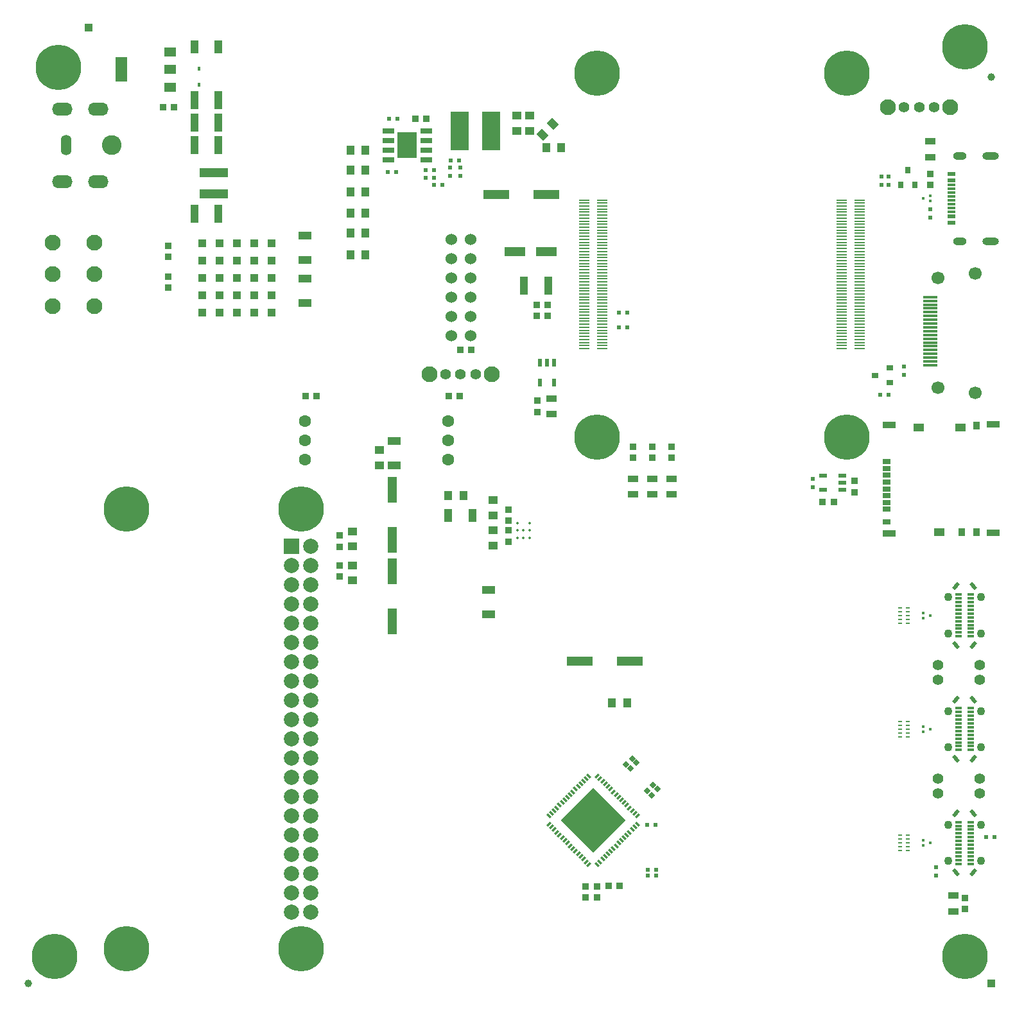
<source format=gbr>
%TF.GenerationSoftware,Altium Limited,Altium Designer,22.4.2 (48)*%
G04 Layer_Color=255*
%FSLAX26Y26*%
%MOIN*%
%TF.SameCoordinates,0D1A2E3A-66A7-4FCB-BFB3-5B9149DA6B87*%
%TF.FilePolarity,Positive*%
%TF.FileFunction,Pads,Top*%
%TF.Part,Single*%
G01*
G75*
%TA.AperFunction,ConnectorPad*%
%ADD14R,0.043307X0.023622*%
%ADD15R,0.043307X0.011811*%
%TA.AperFunction,SMDPad,CuDef*%
%ADD16R,0.033465X0.011811*%
G04:AMPARAMS|DCode=17|XSize=19.685mil|YSize=40.551mil|CornerRadius=0mil|HoleSize=0mil|Usage=FLASHONLY|Rotation=220.000|XOffset=0mil|YOffset=0mil|HoleType=Round|Shape=Rectangle|*
%AMROTATEDRECTD17*
4,1,4,-0.005493,0.021859,0.020573,-0.009205,0.005493,-0.021859,-0.020573,0.009205,-0.005493,0.021859,0.0*
%
%ADD17ROTATEDRECTD17*%

G04:AMPARAMS|DCode=18|XSize=19.685mil|YSize=40.551mil|CornerRadius=0mil|HoleSize=0mil|Usage=FLASHONLY|Rotation=320.000|XOffset=0mil|YOffset=0mil|HoleType=Round|Shape=Rectangle|*
%AMROTATEDRECTD18*
4,1,4,-0.020573,-0.009205,0.005493,0.021859,0.020573,0.009205,-0.005493,-0.021859,-0.020573,-0.009205,0.0*
%
%ADD18ROTATEDRECTD18*%

%TA.AperFunction,BGAPad,CuDef*%
%ADD19C,0.013780*%
%TA.AperFunction,SMDPad,CuDef*%
%ADD20R,0.092520X0.200787*%
%ADD21R,0.011811X0.011811*%
%ADD22R,0.043307X0.023622*%
%ADD23R,0.031496X0.035433*%
%ADD24R,0.062992X0.129921*%
%ADD25R,0.062992X0.047244*%
%ADD26R,0.018701X0.007874*%
%ADD27R,0.017716X0.023228*%
%ADD28R,0.059055X0.031496*%
%ADD29R,0.102362X0.137795*%
%TA.AperFunction,BGAPad,CuDef*%
%ADD30R,0.041732X0.041732*%
%TA.AperFunction,SMDPad,CuDef*%
%ADD31R,0.023622X0.023622*%
G04:AMPARAMS|DCode=32|XSize=11.024mil|YSize=27.165mil|CornerRadius=0mil|HoleSize=0mil|Usage=FLASHONLY|Rotation=45.000|XOffset=0mil|YOffset=0mil|HoleType=Round|Shape=Rectangle|*
%AMROTATEDRECTD32*
4,1,4,0.005707,-0.013502,-0.013502,0.005707,-0.005707,0.013502,0.013502,-0.005707,0.005707,-0.013502,0.0*
%
%ADD32ROTATEDRECTD32*%

G04:AMPARAMS|DCode=33|XSize=11.024mil|YSize=27.165mil|CornerRadius=0mil|HoleSize=0mil|Usage=FLASHONLY|Rotation=315.000|XOffset=0mil|YOffset=0mil|HoleType=Round|Shape=Rectangle|*
%AMROTATEDRECTD33*
4,1,4,-0.013502,-0.005707,0.005707,0.013502,0.013502,0.005707,-0.005707,-0.013502,-0.013502,-0.005707,0.0*
%
%ADD33ROTATEDRECTD33*%

%ADD34P,0.334066X4X270.0*%
%ADD35R,0.145669X0.047244*%
%ADD36R,0.055118X0.035433*%
%ADD37R,0.074803X0.011811*%
%ADD38R,0.070866X0.039370*%
%ADD39R,0.133858X0.047244*%
%ADD40R,0.110236X0.047244*%
%ADD41R,0.056299X0.007874*%
%ADD42R,0.039370X0.049213*%
%ADD43R,0.035433X0.033465*%
%ADD44P,0.033407X4X270.0*%
%ADD45R,0.055118X0.044488*%
%ADD46R,0.033465X0.039370*%
%ADD47R,0.066929X0.035433*%
%ADD48R,0.039370X0.025591*%
%ADD49R,0.047244X0.133858*%
%ADD50R,0.049213X0.039370*%
%ADD51R,0.043307X0.094488*%
%ADD52R,0.033465X0.035433*%
%ADD53R,0.023622X0.023622*%
%ADD54R,0.035433X0.031496*%
%ADD55R,0.023622X0.043307*%
%ADD56R,0.039370X0.070866*%
G04:AMPARAMS|DCode=57|XSize=39.37mil|YSize=49.213mil|CornerRadius=0mil|HoleSize=0mil|Usage=FLASHONLY|Rotation=45.000|XOffset=0mil|YOffset=0mil|HoleType=Round|Shape=Rectangle|*
%AMROTATEDRECTD57*
4,1,4,0.003480,-0.031319,-0.031319,0.003480,-0.003480,0.031319,0.031319,-0.003480,0.003480,-0.031319,0.0*
%
%ADD57ROTATEDRECTD57*%

%TA.AperFunction,FiducialPad,Global*%
%ADD58C,0.039370*%
%ADD59R,0.039370X0.039370*%
%TA.AperFunction,ComponentPad*%
%ADD69O,0.086614X0.039370*%
%ADD70O,0.070866X0.039370*%
%ADD71C,0.043307*%
%ADD72C,0.082677*%
%ADD73R,0.078740X0.078740*%
%ADD74C,0.078740*%
%ADD75C,0.055118*%
%ADD76O,0.106299X0.066929*%
%ADD77O,0.055118X0.106299*%
%ADD78C,0.102362*%
%ADD79C,0.062992*%
%ADD80C,0.236220*%
%ADD81C,0.066929*%
%ADD82C,0.060000*%
D14*
X5836614Y5212598D02*
D03*
Y5244095D02*
D03*
Y5023622D02*
D03*
Y4992126D02*
D03*
D15*
Y5049213D02*
D03*
Y5068898D02*
D03*
Y5088583D02*
D03*
Y5108268D02*
D03*
Y5127953D02*
D03*
Y5147638D02*
D03*
Y5167323D02*
D03*
Y5187008D02*
D03*
D16*
X5872835Y2844488D02*
D03*
Y2864173D02*
D03*
Y2883858D02*
D03*
Y2903543D02*
D03*
Y2923228D02*
D03*
Y2942913D02*
D03*
Y2962598D02*
D03*
Y2982284D02*
D03*
Y3001968D02*
D03*
Y3021653D02*
D03*
Y3041339D02*
D03*
Y3061024D02*
D03*
X5938189D02*
D03*
Y3041339D02*
D03*
Y3021653D02*
D03*
Y3001968D02*
D03*
Y2982284D02*
D03*
Y2962598D02*
D03*
Y2942913D02*
D03*
Y2923228D02*
D03*
Y2903543D02*
D03*
Y2883858D02*
D03*
Y2864173D02*
D03*
Y2844488D02*
D03*
X5872835Y1663386D02*
D03*
Y1683071D02*
D03*
Y1702756D02*
D03*
Y1722441D02*
D03*
Y1742126D02*
D03*
Y1761811D02*
D03*
Y1781496D02*
D03*
Y1801181D02*
D03*
Y1820866D02*
D03*
Y1840551D02*
D03*
Y1860236D02*
D03*
Y1879921D02*
D03*
X5938189D02*
D03*
Y1860236D02*
D03*
Y1840551D02*
D03*
Y1820866D02*
D03*
Y1801181D02*
D03*
Y1781496D02*
D03*
Y1761811D02*
D03*
Y1742126D02*
D03*
Y1722441D02*
D03*
Y1702756D02*
D03*
Y1683071D02*
D03*
Y1663386D02*
D03*
X5872835Y2253937D02*
D03*
Y2273622D02*
D03*
Y2293307D02*
D03*
Y2312992D02*
D03*
Y2332677D02*
D03*
Y2352362D02*
D03*
Y2372047D02*
D03*
Y2391732D02*
D03*
Y2411417D02*
D03*
Y2431102D02*
D03*
Y2450787D02*
D03*
Y2470472D02*
D03*
X5938189D02*
D03*
Y2450787D02*
D03*
Y2431102D02*
D03*
Y2411417D02*
D03*
Y2391732D02*
D03*
Y2372047D02*
D03*
Y2352362D02*
D03*
Y2332677D02*
D03*
Y2312992D02*
D03*
Y2293307D02*
D03*
Y2273622D02*
D03*
Y2253937D02*
D03*
D17*
X5950197Y3105512D02*
D03*
X5860827Y2800000D02*
D03*
X5950197Y1924409D02*
D03*
X5860827Y1618898D02*
D03*
X5950197Y2514961D02*
D03*
X5860827Y2209449D02*
D03*
D18*
Y3105512D02*
D03*
X5950197Y2800000D02*
D03*
X5860827Y1924409D02*
D03*
X5950197Y1618898D02*
D03*
X5860827Y2514961D02*
D03*
X5950197Y2209449D02*
D03*
D19*
X3645669Y3433071D02*
D03*
Y3393701D02*
D03*
Y3354331D02*
D03*
X3582677Y3433071D02*
D03*
Y3393701D02*
D03*
Y3354331D02*
D03*
X3614173D02*
D03*
Y3393701D02*
D03*
D20*
X3284449Y5468504D02*
D03*
X3447835D02*
D03*
D21*
X5725394Y5104331D02*
D03*
Y5131890D02*
D03*
X5691929Y5118110D02*
D03*
Y1785433D02*
D03*
Y1757874D02*
D03*
X5725394Y1771653D02*
D03*
X5691929Y2375984D02*
D03*
Y2348425D02*
D03*
X5725394Y2362205D02*
D03*
X5691929Y2966535D02*
D03*
Y2938976D02*
D03*
X5725394Y2952756D02*
D03*
D22*
X5271654Y3679134D02*
D03*
Y3641732D02*
D03*
X5169291Y3604331D02*
D03*
Y3679134D02*
D03*
X5271654Y3604331D02*
D03*
D23*
X5572835Y5187008D02*
D03*
X5647638D02*
D03*
X5610236Y5265748D02*
D03*
D24*
X1527559Y5787402D02*
D03*
D25*
X1779528Y5877953D02*
D03*
Y5787402D02*
D03*
Y5696850D02*
D03*
D26*
X5609252Y2913386D02*
D03*
Y2933071D02*
D03*
Y2952756D02*
D03*
Y2972441D02*
D03*
Y2992126D02*
D03*
X5571850D02*
D03*
Y2972441D02*
D03*
Y2952756D02*
D03*
Y2933071D02*
D03*
Y2913386D02*
D03*
X5609252Y1732283D02*
D03*
Y1751968D02*
D03*
Y1771653D02*
D03*
Y1791339D02*
D03*
Y1811024D02*
D03*
X5571850D02*
D03*
Y1791339D02*
D03*
Y1771653D02*
D03*
Y1751968D02*
D03*
Y1732283D02*
D03*
X5609252Y2322835D02*
D03*
Y2342520D02*
D03*
Y2362205D02*
D03*
Y2381890D02*
D03*
Y2401575D02*
D03*
X5571850D02*
D03*
Y2381890D02*
D03*
Y2362205D02*
D03*
Y2342520D02*
D03*
Y2322835D02*
D03*
D27*
X1929134Y5708661D02*
D03*
Y5793307D02*
D03*
D28*
X3110236Y5468701D02*
D03*
Y5418701D02*
D03*
Y5318701D02*
D03*
Y5368701D02*
D03*
X2913386D02*
D03*
Y5318701D02*
D03*
Y5418701D02*
D03*
Y5468701D02*
D03*
D29*
X3011811Y5393701D02*
D03*
D30*
X2216142Y4524409D02*
D03*
X2306299D02*
D03*
X1945669D02*
D03*
X2035827D02*
D03*
X2125984D02*
D03*
X2216142Y4614567D02*
D03*
X2306299D02*
D03*
X1945669D02*
D03*
X2035827D02*
D03*
X2125984D02*
D03*
Y4704724D02*
D03*
X2035827D02*
D03*
X1945669D02*
D03*
X2306299D02*
D03*
X2216142D02*
D03*
X2125984Y4794882D02*
D03*
X2035827D02*
D03*
X1945669D02*
D03*
X2306299D02*
D03*
X2216142D02*
D03*
X2125984Y4885039D02*
D03*
X2035827D02*
D03*
X1945669D02*
D03*
X2306299D02*
D03*
X2216142D02*
D03*
D31*
X4301181Y1866142D02*
D03*
X4257874D02*
D03*
X5511024Y4100000D02*
D03*
X5467717D02*
D03*
X4154134Y4525000D02*
D03*
X4110827D02*
D03*
X4154134Y4450000D02*
D03*
X4110827D02*
D03*
X2958661Y5531496D02*
D03*
X2915354D02*
D03*
X6017717Y1803150D02*
D03*
X6061024D02*
D03*
X3194882Y5188976D02*
D03*
X3151575D02*
D03*
X2911417Y5255905D02*
D03*
X2954724D02*
D03*
X3108268Y5263779D02*
D03*
X3151575D02*
D03*
X3281496Y5314961D02*
D03*
X3238189D02*
D03*
X3151575Y5224409D02*
D03*
X3108268D02*
D03*
X4305118Y1601378D02*
D03*
X4261811D02*
D03*
X4305118Y1632874D02*
D03*
X4261811D02*
D03*
D32*
X4206744Y1868189D02*
D03*
X4192825Y1854269D02*
D03*
X4178906Y1840350D02*
D03*
X4164986Y1826430D02*
D03*
X4151067Y1812511D02*
D03*
X4137147Y1798592D02*
D03*
X4123228Y1784672D02*
D03*
X4109309Y1770753D02*
D03*
X3997953Y1659397D02*
D03*
X4011872Y1673317D02*
D03*
X4025792Y1687236D02*
D03*
X4039711Y1701156D02*
D03*
X4053631Y1715075D02*
D03*
X4067550Y1728994D02*
D03*
X4081470Y1742914D02*
D03*
X4095389Y1756833D02*
D03*
X3746012Y1911339D02*
D03*
X3759931Y1925258D02*
D03*
X3773850Y1939178D02*
D03*
X3787770Y1953097D02*
D03*
X3801689Y1967017D02*
D03*
X3815609Y1980936D02*
D03*
X3829528Y1994855D02*
D03*
X3843448Y2008775D02*
D03*
X3954803Y2120130D02*
D03*
X3940883Y2106211D02*
D03*
X3926964Y2092291D02*
D03*
X3913045Y2078372D02*
D03*
X3899125Y2064453D02*
D03*
X3885206Y2050533D02*
D03*
X3871286Y2036614D02*
D03*
X3857367Y2022694D02*
D03*
D33*
X3954803Y1659397D02*
D03*
X3940883Y1673317D02*
D03*
X3926964Y1687236D02*
D03*
X3913045Y1701156D02*
D03*
X3899125Y1715075D02*
D03*
X3885206Y1728994D02*
D03*
X3871286Y1742914D02*
D03*
X3857367Y1756833D02*
D03*
X3746012Y1868189D02*
D03*
X3759931Y1854269D02*
D03*
X3773850Y1840350D02*
D03*
X3787770Y1826430D02*
D03*
X3829528Y1784672D02*
D03*
X3843448Y1770753D02*
D03*
X3997953Y2120130D02*
D03*
X4011872Y2106211D02*
D03*
X4025792Y2092291D02*
D03*
X4039711Y2078372D02*
D03*
X4053631Y2064453D02*
D03*
X4067550Y2050533D02*
D03*
X4081470Y2036614D02*
D03*
X4095389Y2022694D02*
D03*
X4206744Y1911339D02*
D03*
X4192825Y1925258D02*
D03*
X4178906Y1939178D02*
D03*
X4164986Y1953097D02*
D03*
X4151067Y1967017D02*
D03*
X4137147Y1980936D02*
D03*
X4123228Y1994855D02*
D03*
X4109309Y2008775D02*
D03*
X3801689Y1812511D02*
D03*
X3815609Y1798592D02*
D03*
D34*
X3976378Y1889764D02*
D03*
D35*
X2007874Y5251968D02*
D03*
Y5141732D02*
D03*
D36*
X5728346Y5415354D02*
D03*
Y5332677D02*
D03*
X4182480Y3580709D02*
D03*
Y3663386D02*
D03*
X3761220Y4080118D02*
D03*
Y3997441D02*
D03*
X4282480Y3580709D02*
D03*
Y3663386D02*
D03*
X4382480Y3580709D02*
D03*
Y3663386D02*
D03*
X5846457Y1498032D02*
D03*
Y1415354D02*
D03*
D37*
X5728346Y4409449D02*
D03*
Y4389764D02*
D03*
Y4370079D02*
D03*
Y4330709D02*
D03*
Y4291338D02*
D03*
Y4350394D02*
D03*
Y4311024D02*
D03*
Y4271654D02*
D03*
Y4251968D02*
D03*
Y4429134D02*
D03*
Y4448819D02*
D03*
Y4468504D02*
D03*
Y4507874D02*
D03*
Y4547244D02*
D03*
Y4488189D02*
D03*
Y4527559D02*
D03*
Y4566929D02*
D03*
Y4586614D02*
D03*
Y4606299D02*
D03*
D38*
X3435039Y2958661D02*
D03*
Y3084646D02*
D03*
X2480315Y4799213D02*
D03*
Y4925197D02*
D03*
X2944882Y3858268D02*
D03*
Y3732284D02*
D03*
X2480315Y4700787D02*
D03*
Y4574803D02*
D03*
D39*
X3732284Y5137795D02*
D03*
X3472441D02*
D03*
X4165354Y2716535D02*
D03*
X3905512D02*
D03*
D40*
X3568898Y4842520D02*
D03*
X3734252D02*
D03*
D41*
X5268110Y4716535D02*
D03*
Y4700788D02*
D03*
Y4685039D02*
D03*
Y4669291D02*
D03*
Y4653543D02*
D03*
Y4637795D02*
D03*
Y4622047D02*
D03*
Y4606299D02*
D03*
Y4590551D02*
D03*
Y4574803D02*
D03*
Y4559055D02*
D03*
Y4543307D02*
D03*
Y4527559D02*
D03*
Y4511811D02*
D03*
Y4496063D02*
D03*
Y4480315D02*
D03*
Y4464567D02*
D03*
Y4448819D02*
D03*
Y4433071D02*
D03*
Y4417323D02*
D03*
Y4401575D02*
D03*
Y4385827D02*
D03*
Y4370079D02*
D03*
Y4354331D02*
D03*
Y4338583D02*
D03*
Y5110236D02*
D03*
Y5094488D02*
D03*
Y5078740D02*
D03*
Y5062992D02*
D03*
Y5047244D02*
D03*
Y5031496D02*
D03*
Y5015748D02*
D03*
Y5000000D02*
D03*
Y4984252D02*
D03*
Y4968504D02*
D03*
Y4952756D02*
D03*
Y4937008D02*
D03*
Y4921260D02*
D03*
Y4905512D02*
D03*
Y4889764D02*
D03*
Y4874016D02*
D03*
Y4858268D02*
D03*
Y4842520D02*
D03*
Y4826772D02*
D03*
Y4811024D02*
D03*
Y4795276D02*
D03*
Y4779528D02*
D03*
Y4763780D02*
D03*
Y4748032D02*
D03*
Y4732283D02*
D03*
X5361811Y4716535D02*
D03*
Y4700788D02*
D03*
Y4685039D02*
D03*
Y4669291D02*
D03*
Y4653543D02*
D03*
Y4637795D02*
D03*
Y4622047D02*
D03*
Y4606299D02*
D03*
Y4590551D02*
D03*
Y4574803D02*
D03*
Y4559055D02*
D03*
Y4543307D02*
D03*
Y4527559D02*
D03*
Y4511811D02*
D03*
Y4496063D02*
D03*
Y4480315D02*
D03*
Y4464567D02*
D03*
Y4448819D02*
D03*
Y4433071D02*
D03*
Y4417323D02*
D03*
Y4401575D02*
D03*
Y4385827D02*
D03*
Y4370079D02*
D03*
Y4354331D02*
D03*
Y4338583D02*
D03*
Y5110236D02*
D03*
Y5094488D02*
D03*
Y5078740D02*
D03*
Y5062992D02*
D03*
Y5047244D02*
D03*
Y5031496D02*
D03*
Y5015748D02*
D03*
Y5000000D02*
D03*
Y4984252D02*
D03*
Y4968504D02*
D03*
Y4952756D02*
D03*
Y4937008D02*
D03*
Y4921260D02*
D03*
Y4905512D02*
D03*
Y4889764D02*
D03*
Y4874016D02*
D03*
Y4858268D02*
D03*
Y4842520D02*
D03*
Y4826772D02*
D03*
Y4811024D02*
D03*
Y4795276D02*
D03*
Y4779528D02*
D03*
Y4763780D02*
D03*
Y4748032D02*
D03*
Y4732283D02*
D03*
X3929528Y4716535D02*
D03*
Y4700788D02*
D03*
Y4685039D02*
D03*
Y4669291D02*
D03*
Y4653543D02*
D03*
Y4637795D02*
D03*
Y4622047D02*
D03*
Y4606299D02*
D03*
Y4590551D02*
D03*
Y4574803D02*
D03*
Y4559055D02*
D03*
Y4543307D02*
D03*
Y4527559D02*
D03*
Y4511811D02*
D03*
Y4496063D02*
D03*
Y4480315D02*
D03*
Y4464567D02*
D03*
Y4448819D02*
D03*
Y4433071D02*
D03*
Y4417323D02*
D03*
Y4401575D02*
D03*
Y4385827D02*
D03*
Y4370079D02*
D03*
Y4354331D02*
D03*
Y4338583D02*
D03*
Y5110236D02*
D03*
Y5094488D02*
D03*
Y5078740D02*
D03*
Y5062992D02*
D03*
Y5047244D02*
D03*
Y5031496D02*
D03*
Y5015748D02*
D03*
Y5000000D02*
D03*
Y4984252D02*
D03*
Y4968504D02*
D03*
Y4952756D02*
D03*
Y4937008D02*
D03*
Y4921260D02*
D03*
Y4905512D02*
D03*
Y4889764D02*
D03*
Y4874016D02*
D03*
Y4858268D02*
D03*
Y4842520D02*
D03*
Y4826772D02*
D03*
Y4811024D02*
D03*
Y4795276D02*
D03*
Y4779528D02*
D03*
Y4763780D02*
D03*
Y4748032D02*
D03*
Y4732283D02*
D03*
X4023228Y4716535D02*
D03*
Y4700788D02*
D03*
Y4685039D02*
D03*
Y4669291D02*
D03*
Y4653543D02*
D03*
Y4637795D02*
D03*
Y4622047D02*
D03*
Y4606299D02*
D03*
Y4590551D02*
D03*
Y4574803D02*
D03*
Y4559055D02*
D03*
Y4543307D02*
D03*
Y4527559D02*
D03*
Y4511811D02*
D03*
Y4496063D02*
D03*
Y4480315D02*
D03*
Y4464567D02*
D03*
Y4448819D02*
D03*
Y4433071D02*
D03*
Y4417323D02*
D03*
Y4401575D02*
D03*
Y4385827D02*
D03*
Y4370079D02*
D03*
Y4354331D02*
D03*
Y4338583D02*
D03*
Y5110236D02*
D03*
Y5094488D02*
D03*
Y5078740D02*
D03*
Y5062992D02*
D03*
Y5047244D02*
D03*
Y5031496D02*
D03*
Y5015748D02*
D03*
Y5000000D02*
D03*
Y4984252D02*
D03*
Y4968504D02*
D03*
Y4952756D02*
D03*
Y4937008D02*
D03*
Y4921260D02*
D03*
Y4905512D02*
D03*
Y4889764D02*
D03*
Y4874016D02*
D03*
Y4858268D02*
D03*
Y4842520D02*
D03*
Y4826772D02*
D03*
Y4811024D02*
D03*
Y4795276D02*
D03*
Y4779528D02*
D03*
Y4763780D02*
D03*
Y4748032D02*
D03*
Y4732283D02*
D03*
D42*
X2795276Y5370065D02*
D03*
X2716535D02*
D03*
X4153543Y2500000D02*
D03*
X4074803D02*
D03*
X3224409Y3574803D02*
D03*
X3303150D02*
D03*
X3732283Y5381890D02*
D03*
X3811024D02*
D03*
X2795276Y4826759D02*
D03*
X2716535D02*
D03*
X2795276Y4936995D02*
D03*
X2716535D02*
D03*
X2795276Y5043294D02*
D03*
X2716535D02*
D03*
X2795276Y5153530D02*
D03*
X2716535D02*
D03*
X2795276Y5263766D02*
D03*
X2716535D02*
D03*
D43*
X5334646Y3593504D02*
D03*
Y3650590D02*
D03*
X2661417Y3310039D02*
D03*
Y3367126D02*
D03*
Y3213583D02*
D03*
Y3156496D02*
D03*
X4182480Y3770669D02*
D03*
Y3827756D02*
D03*
X3686220Y4067323D02*
D03*
Y4010236D02*
D03*
X4282480Y3827756D02*
D03*
Y3770669D02*
D03*
X4382480Y3827756D02*
D03*
Y3770669D02*
D03*
X3535433Y3393701D02*
D03*
Y3336614D02*
D03*
Y3443898D02*
D03*
Y3500984D02*
D03*
X1771653Y4813976D02*
D03*
Y4871063D02*
D03*
Y4656496D02*
D03*
Y4713583D02*
D03*
X5905512Y1485236D02*
D03*
Y1428150D02*
D03*
X5728346Y5187992D02*
D03*
Y5245079D02*
D03*
X3996063Y1544291D02*
D03*
Y1487205D02*
D03*
X3937008D02*
D03*
Y1544291D02*
D03*
D44*
X4178697Y2210193D02*
D03*
X4148074Y2179571D02*
D03*
X4310587Y2050744D02*
D03*
X4279964Y2020122D02*
D03*
X4286965Y2072398D02*
D03*
X4256342Y2041775D02*
D03*
X4200351Y2188540D02*
D03*
X4169728Y2157917D02*
D03*
D45*
X5882874Y3927165D02*
D03*
X5668307D02*
D03*
X5774606Y3383858D02*
D03*
D46*
X5890748Y3385827D02*
D03*
X5966732D02*
D03*
Y3937008D02*
D03*
D47*
X6054492Y3944016D02*
D03*
X6054134Y3381009D02*
D03*
X5514764Y3942913D02*
D03*
Y3379921D02*
D03*
D48*
X5500000Y3503937D02*
D03*
Y3751968D02*
D03*
Y3716535D02*
D03*
Y3681102D02*
D03*
Y3645669D02*
D03*
Y3610236D02*
D03*
Y3574803D02*
D03*
Y3539370D02*
D03*
Y3440157D02*
D03*
D49*
X2933661Y3346260D02*
D03*
Y3606102D02*
D03*
Y3181102D02*
D03*
Y2921260D02*
D03*
D50*
X2728346Y3311023D02*
D03*
Y3389764D02*
D03*
X2728347Y3212598D02*
D03*
Y3133858D02*
D03*
X2866142Y3732283D02*
D03*
Y3811024D02*
D03*
X3456693Y3393701D02*
D03*
Y3314961D02*
D03*
Y3472441D02*
D03*
Y3551181D02*
D03*
X3578740Y5468504D02*
D03*
Y5547244D02*
D03*
X3645669Y5468504D02*
D03*
Y5547244D02*
D03*
D51*
X3744095Y4665354D02*
D03*
X3618110D02*
D03*
X2031496Y5629921D02*
D03*
X1905512D02*
D03*
X2031496Y5511811D02*
D03*
X1905512D02*
D03*
X2031496Y5393701D02*
D03*
X1905512D02*
D03*
X2031496Y5039370D02*
D03*
X1905512D02*
D03*
D52*
X3739173Y4566929D02*
D03*
X3682087D02*
D03*
X3739173Y4507874D02*
D03*
X3682087D02*
D03*
X3286417Y4330709D02*
D03*
X3343504D02*
D03*
X2483268Y4090551D02*
D03*
X2540354D02*
D03*
X3227362D02*
D03*
X3284449D02*
D03*
X1743110Y5590551D02*
D03*
X1800197D02*
D03*
X5168307Y3543307D02*
D03*
X5225394D02*
D03*
X3054134Y5531496D02*
D03*
X3111220D02*
D03*
X4058071Y1547244D02*
D03*
X4115158D02*
D03*
D53*
X5589370Y4246654D02*
D03*
Y4203346D02*
D03*
X5118110Y3620079D02*
D03*
Y3663386D02*
D03*
X5755905Y1643701D02*
D03*
Y1600394D02*
D03*
X5728346Y5017717D02*
D03*
Y5061024D02*
D03*
X3232284Y5277559D02*
D03*
Y5234252D02*
D03*
X3287402Y5277559D02*
D03*
Y5234252D02*
D03*
X5472441Y5187008D02*
D03*
Y5230315D02*
D03*
X5511811D02*
D03*
Y5187008D02*
D03*
D54*
X5518110Y4162598D02*
D03*
Y4237402D02*
D03*
X5439370Y4200000D02*
D03*
D55*
X3698819Y4264961D02*
D03*
X3736220D02*
D03*
X3773622Y4162598D02*
D03*
X3698819D02*
D03*
X3773622Y4264961D02*
D03*
D56*
X2031496Y5905512D02*
D03*
X1905512D02*
D03*
X3350394Y3472441D02*
D03*
X3224410D02*
D03*
D57*
X3712319Y5448539D02*
D03*
X3767996Y5504217D02*
D03*
D58*
X1043307Y1043307D02*
D03*
X6043307Y5748032D02*
D03*
D59*
Y1043307D02*
D03*
X1358268Y6003937D02*
D03*
D69*
X6039370Y4896850D02*
D03*
Y5339370D02*
D03*
D70*
X5881890Y4896850D02*
D03*
Y5339370D02*
D03*
D71*
X5990158Y2858268D02*
D03*
Y3047244D02*
D03*
X5820866D02*
D03*
Y2858268D02*
D03*
X5990158Y1677165D02*
D03*
Y1866142D02*
D03*
X5820866D02*
D03*
Y1677165D02*
D03*
X5990158Y2267716D02*
D03*
Y2456693D02*
D03*
X5820866D02*
D03*
Y2267716D02*
D03*
D72*
X1171260Y4559055D02*
D03*
Y4724409D02*
D03*
Y4889764D02*
D03*
X1387795Y4559055D02*
D03*
Y4724409D02*
D03*
Y4889764D02*
D03*
X5830709Y5590551D02*
D03*
X5507874D02*
D03*
X3125984Y4204724D02*
D03*
X3448819D02*
D03*
D73*
X2410866Y3312205D02*
D03*
D74*
X2510866D02*
D03*
X2410866Y3212205D02*
D03*
X2510866D02*
D03*
X2410866Y3112205D02*
D03*
X2510866D02*
D03*
X2410866Y3012205D02*
D03*
X2510866D02*
D03*
X2410866Y2912205D02*
D03*
X2510866D02*
D03*
X2410866Y2812205D02*
D03*
X2510866D02*
D03*
X2410866Y2712205D02*
D03*
X2510866D02*
D03*
X2410866Y2612205D02*
D03*
X2510866D02*
D03*
X2410866Y2512205D02*
D03*
X2510866D02*
D03*
X2410866Y2412205D02*
D03*
X2510866D02*
D03*
X2410866Y2312205D02*
D03*
X2510866D02*
D03*
X2410866Y2212205D02*
D03*
X2510866D02*
D03*
X2410866Y2112205D02*
D03*
X2510866D02*
D03*
X2410866Y2012205D02*
D03*
X2510866D02*
D03*
X2410866Y1912205D02*
D03*
X2510866D02*
D03*
X2410866Y1812205D02*
D03*
X2510866D02*
D03*
X2410866Y1712205D02*
D03*
X2510866D02*
D03*
X2410866Y1612205D02*
D03*
X2510866D02*
D03*
X2410866Y1512205D02*
D03*
X2510866D02*
D03*
X2410866Y1412205D02*
D03*
X2510866D02*
D03*
D75*
X5984252Y2618110D02*
D03*
Y2696850D02*
D03*
X5590551Y5590551D02*
D03*
X5669291D02*
D03*
X5748032D02*
D03*
X3366142Y4204724D02*
D03*
X3287402D02*
D03*
X3208661D02*
D03*
X5767717Y2106299D02*
D03*
Y2027559D02*
D03*
Y2696850D02*
D03*
Y2618110D02*
D03*
X5984252Y2027559D02*
D03*
Y2106299D02*
D03*
D76*
X1220472Y5206693D02*
D03*
Y5580709D02*
D03*
X1405512D02*
D03*
Y5206693D02*
D03*
D77*
X1240158Y5393701D02*
D03*
D78*
X1476378D02*
D03*
D79*
X3224409Y3762205D02*
D03*
Y3862205D02*
D03*
Y3962205D02*
D03*
X2480315Y3762205D02*
D03*
Y3862205D02*
D03*
Y3962205D02*
D03*
D80*
X5905512Y5905512D02*
D03*
X2460630Y3503937D02*
D03*
X1181102Y1181102D02*
D03*
X1200000Y5800000D02*
D03*
X5905512Y1181102D02*
D03*
X3996063Y3877953D02*
D03*
X5295276D02*
D03*
X3996063Y5767717D02*
D03*
X5295276D02*
D03*
X1555118Y3503937D02*
D03*
X2460630Y1220472D02*
D03*
X1555118D02*
D03*
D81*
X5767717Y4704724D02*
D03*
X5960630Y4728346D02*
D03*
X5767717Y4133858D02*
D03*
X5960630Y4110236D02*
D03*
D82*
X3239961Y4406299D02*
D03*
X3339961D02*
D03*
Y4906299D02*
D03*
X3239961D02*
D03*
X3339961Y4806299D02*
D03*
X3239961D02*
D03*
Y4706299D02*
D03*
X3339961D02*
D03*
X3239961Y4606299D02*
D03*
X3339961D02*
D03*
X3239961Y4506299D02*
D03*
X3339961D02*
D03*
%TF.MD5,a590b73508bb44f94fb12160d1c09de7*%
M02*

</source>
